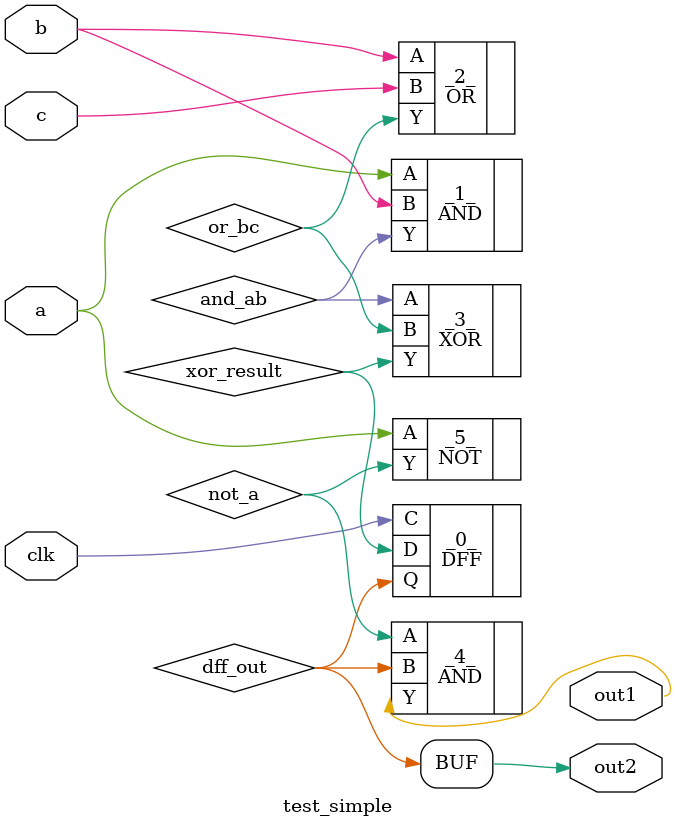
<source format=v>
/* Generated by Yosys 0.59+110 (git sha1 8ea51e147, clang++ 18.1.8 -fPIC -O3) */

(* top =  1  *)
(* src = "test_simple.v:4.1-35.10" *)
module test_simple(clk, a, b, c, out1, out2);
  (* src = "test_simple.v:5.16-5.19" *)
  input clk;
  wire clk;
  (* src = "test_simple.v:6.16-6.17" *)
  input a;
  wire a;
  (* src = "test_simple.v:7.16-7.17" *)
  input b;
  wire b;
  (* src = "test_simple.v:8.16-8.17" *)
  input c;
  wire c;
  (* src = "test_simple.v:9.17-9.21" *)
  output out1;
  wire out1;
  (* src = "test_simple.v:10.17-10.21" *)
  output out2;
  wire out2;
  (* src = "test_simple.v:15.6-15.12" *)
  wire and_ab;
  (* src = "test_simple.v:18.5-18.12" *)
  wire dff_out;
  (* src = "test_simple.v:14.6-14.11" *)
  wire not_a;
  (* src = "test_simple.v:16.6-16.11" *)
  wire or_bc;
  (* src = "test_simple.v:17.6-17.16" *)
  wire xor_result;
  (* src = "test_simple.v:27.1-29.4" *)
  DFF _0_ (
    .C(clk),
    .D(xor_result),
    .Q(dff_out)
  );
  (* module_not_derived = 32'd1 *)
  (* src = "test_simple.v:22.17-22.22|simple_map.v:2.44-2.83" *)
  AND _1_ (
    .A(a),
    .B(b),
    .Y(and_ab)
  );
  (* module_not_derived = 32'd1 *)
  (* src = "test_simple.v:23.16-23.21|simple_map.v:3.42-3.81" *)
  OR _2_ (
    .A(b),
    .B(c),
    .Y(or_bc)
  );
  (* module_not_derived = 32'd1 *)
  (* src = "test_simple.v:24.21-24.35|simple_map.v:4.44-4.83" *)
  XOR _3_ (
    .A(and_ab),
    .B(or_bc),
    .Y(xor_result)
  );
  (* module_not_derived = 32'd1 *)
  (* src = "test_simple.v:32.15-32.30|simple_map.v:2.44-2.83" *)
  AND _4_ (
    .A(not_a),
    .B(dff_out),
    .Y(out1)
  );
  (* module_not_derived = 32'd1 *)
  (* src = "test_simple.v:21.16-21.18|simple_map.v:1.41-1.73" *)
  NOT _5_ (
    .A(a),
    .Y(not_a)
  );
  assign out2 = dff_out;
endmodule

</source>
